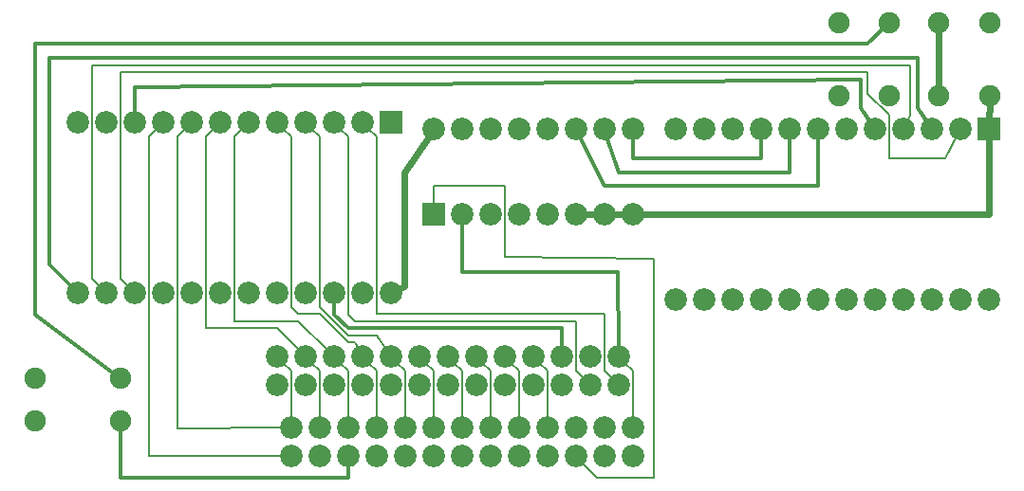
<source format=gtl>
G04 MADE WITH FRITZING*
G04 WWW.FRITZING.ORG*
G04 DOUBLE SIDED*
G04 HOLES PLATED*
G04 CONTOUR ON CENTER OF CONTOUR VECTOR*
%ASAXBY*%
%FSLAX23Y23*%
%MOIN*%
%OFA0B0*%
%SFA1.0B1.0*%
%ADD10C,0.075000*%
%ADD11C,0.079370*%
%ADD12R,0.079370X0.079370*%
%ADD13C,0.008000*%
%ADD14C,0.024000*%
%ADD15C,0.012000*%
%LNCOPPER1*%
G90*
G70*
G54D10*
X3057Y1628D03*
X3057Y1372D03*
X2880Y1628D03*
X2880Y1372D03*
X3409Y1628D03*
X3409Y1372D03*
X3232Y1628D03*
X3232Y1372D03*
X357Y228D03*
X57Y228D03*
X357Y378D03*
X57Y378D03*
G54D11*
X957Y103D03*
X1057Y103D03*
X1157Y103D03*
X1257Y103D03*
X1357Y103D03*
X1457Y103D03*
X1557Y103D03*
X1657Y103D03*
X1757Y103D03*
X1857Y103D03*
X1957Y103D03*
X2057Y103D03*
X2157Y103D03*
X957Y103D03*
X1057Y103D03*
X1157Y103D03*
X1257Y103D03*
X1357Y103D03*
X1457Y103D03*
X1557Y103D03*
X1657Y103D03*
X1757Y103D03*
X1857Y103D03*
X1957Y103D03*
X2057Y103D03*
X2157Y103D03*
X2157Y203D03*
X2057Y203D03*
X1957Y203D03*
X1857Y203D03*
X1757Y203D03*
X1657Y203D03*
X1557Y203D03*
X1457Y203D03*
X1357Y203D03*
X1257Y203D03*
X1157Y203D03*
X1057Y203D03*
X957Y203D03*
X907Y353D03*
X1007Y353D03*
X1107Y353D03*
X1207Y353D03*
X1307Y353D03*
X1407Y353D03*
X1507Y353D03*
X1607Y353D03*
X1707Y353D03*
X1807Y353D03*
X1907Y353D03*
X2007Y353D03*
X2107Y353D03*
X907Y353D03*
X1007Y353D03*
X1107Y353D03*
X1207Y353D03*
X1307Y353D03*
X1407Y353D03*
X1507Y353D03*
X1607Y353D03*
X1707Y353D03*
X1807Y353D03*
X1907Y353D03*
X2007Y353D03*
X2107Y353D03*
X2107Y453D03*
X2007Y453D03*
X1907Y453D03*
X1807Y453D03*
X1707Y453D03*
X1607Y453D03*
X1507Y453D03*
X1407Y453D03*
X1307Y453D03*
X1207Y453D03*
X1107Y453D03*
X1007Y453D03*
X907Y453D03*
X3407Y1253D03*
X3407Y653D03*
X3307Y1253D03*
X3307Y653D03*
X3207Y1253D03*
X3207Y653D03*
X3107Y1253D03*
X3107Y653D03*
X3007Y1253D03*
X3007Y653D03*
X2907Y1253D03*
X2907Y653D03*
X2807Y1253D03*
X2807Y653D03*
X2707Y1253D03*
X2707Y653D03*
X2607Y1253D03*
X2607Y653D03*
X2507Y1253D03*
X2507Y653D03*
X2407Y1253D03*
X2407Y653D03*
X2307Y1253D03*
X2307Y653D03*
X1457Y953D03*
X1457Y1253D03*
X1557Y953D03*
X1557Y1253D03*
X1657Y953D03*
X1657Y1253D03*
X1757Y953D03*
X1757Y1253D03*
X1857Y953D03*
X1857Y1253D03*
X1957Y953D03*
X1957Y1253D03*
X2057Y953D03*
X2057Y1253D03*
X2157Y953D03*
X2157Y1253D03*
X1308Y1277D03*
X1308Y677D03*
X1208Y1277D03*
X1208Y677D03*
X1108Y1277D03*
X1108Y677D03*
X1008Y1277D03*
X1008Y677D03*
X908Y1277D03*
X908Y677D03*
X808Y1277D03*
X808Y677D03*
X708Y1277D03*
X708Y677D03*
X608Y1277D03*
X608Y677D03*
X508Y1277D03*
X508Y677D03*
X408Y1277D03*
X408Y677D03*
X308Y1277D03*
X308Y677D03*
X208Y1277D03*
X208Y677D03*
G54D12*
X3407Y1253D03*
X1457Y953D03*
X1308Y1277D03*
G54D13*
X1657Y403D02*
X1625Y435D01*
D02*
X1556Y403D02*
X1525Y435D01*
D02*
X1457Y403D02*
X1425Y435D01*
D02*
X1357Y403D02*
X1325Y435D01*
D02*
X1256Y403D02*
X1225Y435D01*
D02*
X1158Y403D02*
X1125Y435D01*
D02*
X1057Y403D02*
X1025Y435D01*
D02*
X956Y403D02*
X925Y435D01*
D02*
X1657Y228D02*
X1657Y403D01*
D02*
X1557Y228D02*
X1556Y403D01*
D02*
X1457Y228D02*
X1457Y403D01*
D02*
X1357Y228D02*
X1357Y403D01*
D02*
X1257Y228D02*
X1256Y403D01*
D02*
X1157Y228D02*
X1158Y403D01*
D02*
X1057Y228D02*
X1057Y403D01*
D02*
X957Y228D02*
X956Y403D01*
D02*
X2158Y403D02*
X2125Y435D01*
D02*
X1858Y403D02*
X1825Y435D01*
D02*
X1757Y403D02*
X1725Y435D01*
D02*
X2157Y228D02*
X2158Y403D01*
D02*
X1857Y228D02*
X1858Y403D01*
D02*
X1757Y228D02*
X1757Y403D01*
D02*
X556Y202D02*
X932Y203D01*
D02*
X457Y103D02*
X932Y103D01*
G54D14*
D02*
X3409Y1343D02*
X3407Y1283D01*
G54D13*
D02*
X456Y1227D02*
X490Y1260D01*
D02*
X457Y103D02*
X456Y1227D01*
G54D15*
D02*
X107Y778D02*
X108Y1503D01*
D02*
X3156Y1503D02*
X3156Y1327D01*
D02*
X108Y1503D02*
X3156Y1503D01*
D02*
X3156Y1327D02*
X3193Y1273D01*
D02*
X190Y695D02*
X107Y778D01*
G54D14*
D02*
X2032Y953D02*
X1982Y953D01*
D02*
X2132Y953D02*
X2082Y953D01*
G54D13*
D02*
X2231Y799D02*
X1708Y803D01*
D02*
X2031Y28D02*
X2232Y28D01*
D02*
X1975Y85D02*
X2031Y28D01*
D02*
X2232Y28D02*
X2231Y799D01*
D02*
X1708Y803D02*
X1706Y1054D01*
G54D15*
D02*
X1558Y752D02*
X1557Y927D01*
D02*
X2105Y752D02*
X1558Y752D01*
G54D14*
D02*
X3408Y953D02*
X2188Y953D01*
D02*
X3407Y1228D02*
X3408Y953D01*
G54D15*
D02*
X2107Y478D02*
X2105Y752D01*
G54D14*
D02*
X1355Y1101D02*
X1440Y1227D01*
D02*
X1355Y701D02*
X1355Y1101D01*
D02*
X1335Y691D02*
X1355Y701D01*
G54D13*
D02*
X1456Y1054D02*
X1457Y978D01*
D02*
X1706Y1054D02*
X1456Y1054D01*
D02*
X957Y627D02*
X957Y1226D01*
D02*
X1057Y1227D02*
X1025Y1259D01*
D02*
X957Y1226D02*
X925Y1259D01*
D02*
X1057Y628D02*
X1057Y1227D01*
D02*
X1293Y474D02*
X1257Y528D01*
D02*
X1257Y528D02*
X1157Y528D01*
D02*
X1157Y528D02*
X1057Y628D01*
D02*
X1157Y503D02*
X1057Y603D01*
D02*
X1057Y603D02*
X982Y603D01*
D02*
X1181Y503D02*
X1157Y503D01*
D02*
X982Y603D02*
X957Y627D01*
D02*
X1196Y475D02*
X1181Y503D01*
G54D14*
D02*
X3232Y1599D02*
X3232Y1400D01*
G54D15*
D02*
X2158Y1151D02*
X2157Y1227D01*
D02*
X2606Y1151D02*
X2158Y1151D01*
D02*
X2607Y1233D02*
X2606Y1151D01*
D02*
X56Y602D02*
X338Y391D01*
D02*
X57Y1553D02*
X56Y602D01*
D02*
X2982Y1553D02*
X57Y1553D01*
D02*
X3041Y1611D02*
X2982Y1553D01*
G54D13*
D02*
X556Y1227D02*
X590Y1260D01*
D02*
X556Y202D02*
X556Y1227D01*
G54D15*
D02*
X2056Y1054D02*
X1968Y1230D01*
D02*
X2808Y1054D02*
X2056Y1054D01*
D02*
X2807Y1233D02*
X2808Y1054D01*
D02*
X2107Y1101D02*
X2065Y1229D01*
D02*
X2707Y1101D02*
X2107Y1101D01*
D02*
X2707Y1233D02*
X2707Y1101D01*
D02*
X1108Y602D02*
X1108Y652D01*
G54D13*
D02*
X656Y1227D02*
X690Y1260D01*
D02*
X657Y553D02*
X656Y1227D01*
D02*
X757Y578D02*
X757Y1227D01*
D02*
X757Y1227D02*
X790Y1260D01*
D02*
X982Y577D02*
X757Y578D01*
G54D15*
D02*
X1156Y553D02*
X1108Y602D01*
D02*
X1907Y553D02*
X1156Y553D01*
D02*
X1907Y478D02*
X1907Y553D01*
G54D13*
D02*
X1089Y470D02*
X982Y577D01*
D02*
X907Y553D02*
X657Y553D01*
D02*
X989Y471D02*
X907Y553D01*
D02*
X1157Y1227D02*
X1125Y1259D01*
D02*
X1157Y602D02*
X1157Y1227D01*
D02*
X1181Y578D02*
X1157Y602D01*
D02*
X1957Y578D02*
X1181Y578D01*
D02*
X1956Y403D02*
X1957Y578D01*
D02*
X1989Y370D02*
X1956Y403D01*
D02*
X1257Y1227D02*
X1225Y1259D01*
D02*
X1257Y604D02*
X1257Y1227D01*
D02*
X2058Y604D02*
X1257Y604D01*
D02*
X2057Y403D02*
X2058Y604D01*
D02*
X2089Y371D02*
X2057Y403D01*
G54D15*
D02*
X2957Y1327D02*
X2993Y1274D01*
D02*
X2957Y1428D02*
X2957Y1327D01*
D02*
X408Y1402D02*
X2957Y1428D01*
D02*
X408Y1303D02*
X408Y1402D01*
G54D13*
D02*
X256Y728D02*
X257Y1478D01*
D02*
X3131Y1302D02*
X3118Y1275D01*
D02*
X3131Y1478D02*
X3131Y1302D01*
D02*
X257Y1478D02*
X3131Y1478D01*
D02*
X290Y695D02*
X256Y728D01*
D02*
X356Y728D02*
X390Y695D01*
D02*
X357Y1453D02*
X356Y728D01*
D02*
X2982Y1453D02*
X357Y1453D01*
D02*
X2982Y1377D02*
X2982Y1453D01*
D02*
X3056Y1303D02*
X2982Y1377D01*
D02*
X3255Y1152D02*
X3058Y1152D01*
D02*
X3057Y1153D02*
X3056Y1303D01*
D02*
X3058Y1152D02*
X3057Y1153D01*
D02*
X3298Y1235D02*
X3255Y1152D01*
G54D15*
D02*
X1158Y28D02*
X1157Y77D01*
D02*
X357Y28D02*
X1158Y28D01*
D02*
X357Y205D02*
X357Y28D01*
G04 End of Copper1*
M02*
</source>
